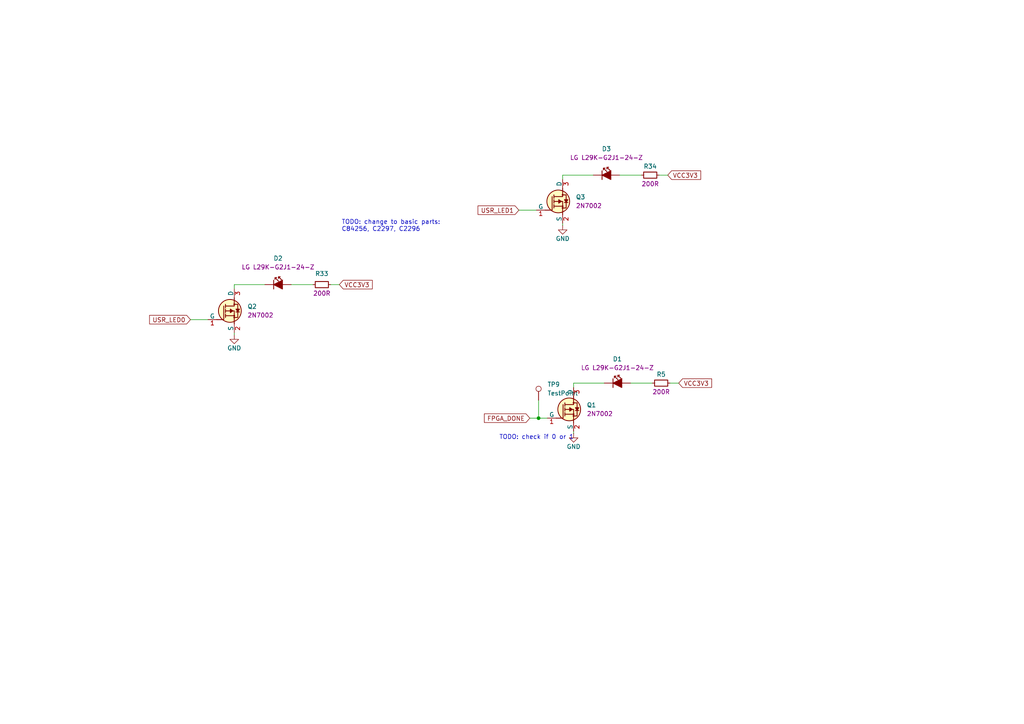
<source format=kicad_sch>
(kicad_sch (version 20230121) (generator eeschema)
  (paper "A4")
  (lib_symbols
    (symbol "2N7002_SOT-23-3_2" (pin_names (offset 0))
      (property "Reference" "Q" (at 22.86 -5.08 0))
      (property "Value" "2N7002_SOT-23-3_2" (at 22.86 -7.62 0))
      (symbol "2N7002_SOT-23-3_2_1_1"
        (polyline (pts (xy 5.08 1.143) (xy 5.08 0.635)) (stroke (width 0.254)) (fill (type background)))
        (polyline (pts (xy 5.08 1.143) (xy 5.08 1.651)) (stroke (width 0.254)) (fill (type background)))
        (polyline (pts (xy 5.08 2.54) (xy 5.08 2.032)) (stroke (width 0.254)) (fill (type background)))
        (polyline (pts (xy 5.08 2.54) (xy 5.08 3.048)) (stroke (width 0.254)) (fill (type background)))
        (polyline (pts (xy 5.08 4.445) (xy 5.08 3.429)) (stroke (width 0.254)) (fill (type background)))
        (polyline (pts (xy 7.62 1.143) (xy 5.08 1.143)) (stroke (width 0.254)) (fill (type background)))
        (polyline (pts (xy 9.144 2.2352) (xy 8.128 2.2352)) (stroke (width 0.254)) (fill (type background)))
        (polyline (pts (xy 2.54 0) (xy 4.572 0) (xy 4.572 3.937)) (stroke (width 0.254)))
        (polyline (pts (xy 7.62 -1.27) (xy 7.62 2.54) (xy 5.08 2.54)) (stroke (width 0.254)) (fill (type background)))
        (polyline (pts (xy 7.62 6.35) (xy 7.62 3.937) (xy 5.08 3.937)) (stroke (width 0.254)))
        (polyline (pts (xy 7.239 2.54) (xy 6.477 3.048) (xy 6.477 2.032) (xy 7.239 2.54)) (stroke (width 0.254)) (fill (type outline)))
        (polyline (pts (xy 8.636 2.286) (xy 8.128 3.048) (xy 9.144 3.048) (xy 8.636 2.286)) (stroke (width 0.254)) (fill (type outline)))
        (polyline (pts (xy 7.493 0.635) (xy 8.636 0.635) (xy 8.636 3.937) (xy 8.636 4.445) (xy 7.493 4.445)) (stroke (width 0.254)) (fill (type background)))
        (circle (center 6.35 2.54) (radius 3.302) (stroke (width 0.254)) (fill (type background)))
        (circle (center 7.62 0.635) (radius 0.127) (stroke (width 0.254)) (fill (type background)))
        (circle (center 7.62 1.143) (radius 0.127) (stroke (width 0.254)) (fill (type background)))
        (circle (center 7.62 4.445) (radius 0.127) (stroke (width 0.254)) (fill (type background)))
        (pin passive line (at 0 0 0) (length 2.54) (name "G") (number "1"))
        (pin passive line (at 7.62 -3.81 90) (length 2.54) (name "S") (number "2"))
        (pin passive line (at 7.62 8.89 270) (length 2.54) (name "D") (number "3"))
      )
    )
    (symbol "Connector:TestPoint" (pin_numbers hide) (pin_names (offset 0.762) hide)
      (property "Reference" "TP" (at 0 6.858 0))
      (property "Value" "TestPoint" (at 0 5.08 0))
      (symbol "TestPoint_0_1"
        (circle (center 0 3.302) (radius 0.762))
      )
      (symbol "TestPoint_1_1"
        (pin passive line (at 0 0 90) (length 2.54) (name "1") (number "1"))
      )
    )
    (symbol "LED_G_0603_LG_L29K-G2J1-24-Z_3" (pin_numbers hide) (pin_names hide)
      (property "Reference" "D" (at 22.86 -5.08 0))
      (property "Value" "LED_G_0603_LG_L29K-G2J1-24-Z_3" (at 22.86 -7.62 0))
      (symbol "LED_G_0603_LG_L29K-G2J1-24-Z_3_1_1"
        (polyline (pts (xy 5.08 1.27) (xy 5.08 -1.27)) (stroke (width 0.254)))
        (polyline (pts (xy 2.54 1.27) (xy 2.54 -1.27) (xy 5.08 0) (xy 2.54 1.27)) (stroke (width 0.254)) (fill (type outline)))
        (polyline (pts (xy 3.683 2.286) (xy 3.683 1.778) (xy 3.683 2.286) (xy 3.175 2.286) (xy 3.683 2.286) (xy 2.794 1.397)) (stroke (width 0.254)))
        (polyline (pts (xy 4.699 2.032) (xy 4.699 1.524) (xy 4.699 2.032) (xy 4.191 2.032) (xy 4.699 2.032) (xy 3.683 1.016)) (stroke (width 0.254)))
        (pin passive line (at 0 0 0) (length 2.54) (name "~") (number "1"))
        (pin passive line (at 7.62 0 180) (length 2.54) (name "2") (number "2"))
      )
    )
    (symbol "LED_G_0603_LG_L29K-G2J1-24-Z_4" (pin_numbers hide) (pin_names hide)
      (property "Reference" "D" (at 22.86 -5.08 0))
      (property "Value" "LED_G_0603_LG_L29K-G2J1-24-Z_4" (at 22.86 -7.62 0))
      (symbol "LED_G_0603_LG_L29K-G2J1-24-Z_4_1_1"
        (polyline (pts (xy 5.08 1.27) (xy 5.08 -1.27)) (stroke (width 0.254)))
        (polyline (pts (xy 2.54 1.27) (xy 2.54 -1.27) (xy 5.08 0) (xy 2.54 1.27)) (stroke (width 0.254)) (fill (type outline)))
        (polyline (pts (xy 3.683 2.286) (xy 3.683 1.778) (xy 3.683 2.286) (xy 3.175 2.286) (xy 3.683 2.286) (xy 2.794 1.397)) (stroke (width 0.254)))
        (polyline (pts (xy 4.699 2.032) (xy 4.699 1.524) (xy 4.699 2.032) (xy 4.191 2.032) (xy 4.699 2.032) (xy 3.683 1.016)) (stroke (width 0.254)))
        (pin passive line (at 0 0 0) (length 2.54) (name "~") (number "1"))
        (pin passive line (at 7.62 0 180) (length 2.54) (name "2") (number "2"))
      )
    )
    (symbol "R_1k_0402_3" (pin_numbers hide) (pin_names hide)
      (property "Reference" "R" (at 20.32 -5.08 0))
      (property "Val" "1k" (at 20.32 -7.62 0))
      (symbol "R_1k_0402_3_0_1"
        (rectangle (start 0.635 0.889) (end 4.445 -0.889) (stroke (width 0.254)))
      )
      (symbol "R_1k_0402_3_1_1"
        (pin passive line (at 0 0 0) (length 0.635) (name "~") (number "1"))
        (pin passive line (at 5.08 0 180) (length 0.635) (name "~") (number "2"))
      )
    )
    (symbol "R_1k_0402_4" (pin_numbers hide) (pin_names hide)
      (property "Reference" "R" (at 20.32 -5.08 0))
      (property "Val" "1k" (at 20.32 -7.62 0))
      (symbol "R_1k_0402_4_0_1"
        (rectangle (start 0.635 0.889) (end 4.445 -0.889) (stroke (width 0.254)))
      )
      (symbol "R_1k_0402_4_1_1"
        (pin passive line (at 0 0 0) (length 0.635) (name "~") (number "1"))
        (pin passive line (at 5.08 0 180) (length 0.635) (name "~") (number "2"))
      )
    )
    (symbol "R_1k_0402_5" (pin_numbers hide) (pin_names hide)
      (property "Reference" "R" (at 20.32 -5.08 0))
      (property "Val" "1k" (at 20.32 -7.62 0))
      (symbol "R_1k_0402_5_0_1"
        (rectangle (start 0.635 0.889) (end 4.445 -0.889) (stroke (width 0.254)))
      )
      (symbol "R_1k_0402_5_1_1"
        (pin passive line (at 0 0 0) (length 0.635) (name "~") (number "1"))
        (pin passive line (at 5.08 0 180) (length 0.635) (name "~") (number "2"))
      )
    )
    (symbol "antmicroLEDIndicationDiscrete:LED_G_0603_LG_L29K-G2J1-24-Z" (pin_numbers hide) (pin_names hide)
      (property "Reference" "D" (at 22.86 -5.08 0))
      (property "Value" "LED_G_0603_LG_L29K-G2J1-24-Z" (at 22.86 -7.62 0))
      (symbol "LED_G_0603_LG_L29K-G2J1-24-Z_1_1"
        (polyline (pts (xy 5.08 1.27) (xy 5.08 -1.27)) (stroke (width 0.254)))
        (polyline (pts (xy 2.54 1.27) (xy 2.54 -1.27) (xy 5.08 0) (xy 2.54 1.27)) (stroke (width 0.254)) (fill (type outline)))
        (polyline (pts (xy 3.683 2.286) (xy 3.683 1.778) (xy 3.683 2.286) (xy 3.175 2.286) (xy 3.683 2.286) (xy 2.794 1.397)) (stroke (width 0.254)))
        (polyline (pts (xy 4.699 2.032) (xy 4.699 1.524) (xy 4.699 2.032) (xy 4.191 2.032) (xy 4.699 2.032) (xy 3.683 1.016)) (stroke (width 0.254)))
        (pin passive line (at 0 0 0) (length 2.54) (name "~") (number "1"))
        (pin passive line (at 7.62 0 180) (length 2.54) (name "2") (number "2"))
      )
    )
    (symbol "antmicroTransistorsFETsMOSFETsSingle:2N7002_SOT-23-3" (pin_names (offset 0))
      (property "Reference" "Q" (at 22.86 -5.08 0))
      (property "Value" "2N7002_SOT-23-3" (at 22.86 -7.62 0))
      (symbol "2N7002_SOT-23-3_1_1"
        (polyline (pts (xy 5.08 1.143) (xy 5.08 0.635)) (stroke (width 0.254)) (fill (type background)))
        (polyline (pts (xy 5.08 1.143) (xy 5.08 1.651)) (stroke (width 0.254)) (fill (type background)))
        (polyline (pts (xy 5.08 2.54) (xy 5.08 2.032)) (stroke (width 0.254)) (fill (type background)))
        (polyline (pts (xy 5.08 2.54) (xy 5.08 3.048)) (stroke (width 0.254)) (fill (type background)))
        (polyline (pts (xy 5.08 4.445) (xy 5.08 3.429)) (stroke (width 0.254)) (fill (type background)))
        (polyline (pts (xy 7.62 1.143) (xy 5.08 1.143)) (stroke (width 0.254)) (fill (type background)))
        (polyline (pts (xy 9.144 2.2352) (xy 8.128 2.2352)) (stroke (width 0.254)) (fill (type background)))
        (polyline (pts (xy 2.54 0) (xy 4.572 0) (xy 4.572 3.937)) (stroke (width 0.254)))
        (polyline (pts (xy 7.62 -1.27) (xy 7.62 2.54) (xy 5.08 2.54)) (stroke (width 0.254)) (fill (type background)))
        (polyline (pts (xy 7.62 6.35) (xy 7.62 3.937) (xy 5.08 3.937)) (stroke (width 0.254)))
        (polyline (pts (xy 7.239 2.54) (xy 6.477 3.048) (xy 6.477 2.032) (xy 7.239 2.54)) (stroke (width 0.254)) (fill (type outline)))
        (polyline (pts (xy 8.636 2.286) (xy 8.128 3.048) (xy 9.144 3.048) (xy 8.636 2.286)) (stroke (width 0.254)) (fill (type outline)))
        (polyline (pts (xy 7.493 0.635) (xy 8.636 0.635) (xy 8.636 3.937) (xy 8.636 4.445) (xy 7.493 4.445)) (stroke (width 0.254)) (fill (type background)))
        (circle (center 6.35 2.54) (radius 3.302) (stroke (width 0.254)) (fill (type background)))
        (circle (center 7.62 0.635) (radius 0.127) (stroke (width 0.254)) (fill (type background)))
        (circle (center 7.62 1.143) (radius 0.127) (stroke (width 0.254)) (fill (type background)))
        (circle (center 7.62 4.445) (radius 0.127) (stroke (width 0.254)) (fill (type background)))
        (pin passive line (at 0 0 0) (length 2.54) (name "G") (number "1"))
        (pin passive line (at 7.62 -3.81 90) (length 2.54) (name "S") (number "2"))
        (pin passive line (at 7.62 8.89 270) (length 2.54) (name "D") (number "3"))
      )
    )
    (symbol "antmicropower:GND" (power) (pin_numbers hide) (pin_names hide)
      (property "Value" "GND" (at 8.89 -5.08 0))
      (symbol "GND_1_1"
        (polyline (pts (xy 0 0) (xy 0 -1.27) (xy 1.27 -1.27) (xy 0 -2.54) (xy -1.27 -1.27) (xy 0 -1.27)))
        (pin power_in line (at 0 0 270) (length 0) (name "GND") (number "1"))
      )
    )
  )
  (junction (at 156.21 121.285))
  (wire (pts (xy 163.195 50.8) (xy 172.085 50.8)))
  (wire (pts (xy 194.31 111.125) (xy 196.85 111.125)))
  (wire (pts (xy 67.945 82.55) (xy 67.945 83.82)))
  (wire (pts (xy 191.135 50.8) (xy 193.675 50.8)))
  (wire (pts (xy 182.88 111.125) (xy 189.23 111.125)))
  (wire (pts (xy 166.37 111.125) (xy 166.37 112.395)))
  (wire (pts (xy 55.245 92.71) (xy 60.325 92.71)))
  (wire (pts (xy 95.885 82.55) (xy 98.425 82.55)))
  (wire (pts (xy 67.945 82.55) (xy 76.835 82.55)))
  (wire (pts (xy 67.945 96.52) (xy 67.945 97.155)))
  (wire (pts (xy 153.67 121.285) (xy 156.21 121.285)))
  (wire (pts (xy 156.21 116.078) (xy 156.21 121.285)))
  (wire (pts (xy 163.195 50.8) (xy 163.195 52.07)))
  (wire (pts (xy 84.455 82.55) (xy 90.805 82.55)))
  (wire (pts (xy 179.705 50.8) (xy 186.055 50.8)))
  (wire (pts (xy 163.195 64.77) (xy 163.195 65.405)))
  (wire (pts (xy 150.495 60.96) (xy 155.575 60.96)))
  (wire (pts (xy 156.21 121.285) (xy 158.75 121.285)))
  (wire (pts (xy 166.37 125.095) (xy 166.37 125.73)))
  (wire (pts (xy 166.37 111.125) (xy 175.26 111.125)))
  (text "TODO: change to basic parts:\nC84256, C2297, C2296	\n" (at 99.06 67.31 0) (effects (font (size 1.27 1.27)) (justify left bottom)))
  (text "TODO: check if 0 or 1" (at 144.78 127.635 0) (effects (font (size 1.27 1.27)) (justify left bottom)))
  (global_label "FPGA_DONE" (shape input) (at 153.67 121.285 180) (property "Intersheetrefs" "${INTERSHEET_REFS}" (effects hide)))
  (global_label "VCC3V3" (shape input) (at 196.85 111.125 0) (property "Intersheetrefs" "${INTERSHEET_REFS}" (effects hide)))
  (global_label "USR_LED1" (shape input) (at 150.495 60.96 180) (property "Intersheetrefs" "${INTERSHEET_REFS}" (effects hide)))
  (global_label "VCC3V3" (shape input) (at 193.675 50.8 0) (property "Intersheetrefs" "${INTERSHEET_REFS}" (effects hide)))
  (global_label "VCC3V3" (shape input) (at 98.425 82.55 0) (property "Intersheetrefs" "${INTERSHEET_REFS}" (effects hide)))
  (global_label "USR_LED0" (shape input) (at 55.245 92.71 180) (property "Intersheetrefs" "${INTERSHEET_REFS}" (effects hide)))
  (symbol (lib_id "antmicropower:GND") (at 67.945 97.155 0) (unit 1)
    (property "Reference" "#PWR048" (effects hide))
    (property "Value" "GND" (at 67.945 100.965 0))
    (property "Author" "Antmicro" (effects hide))
    (property "License" "Apache-2.0" (effects hide))
  )
  (symbol (lib_id "Connector:TestPoint") (at 156.21 116.078 0) (unit 1)
    (property "Reference" "TP9" (at 158.75 111.506 0) (effects (justify left)))
    (property "Value" "TestPoint" (at 158.75 114.046 0) (effects (justify left)))
    (property "Footprint" "TestPoint:TestPoint_Pad_D1.0mm" (effects hide))
  )
  (symbol (lib_id "antmicroTransistorsFETsMOSFETsSingle:2N7002_SOT-23-3") (at 155.575 60.96 0) (unit 1)
    (property "Reference" "Q3" (at 167.005 57.1499 0) (effects (justify left)))
    (property "Value" "2N7002_SOT-23-3" (effects hide))
    (property "Footprint" "antmicro-footprints:SOT-23-3" (effects hide))
    (property "Datasheet" "https://www.onsemi.com/pub/Collateral/NDS7002A-D.PDF" (effects hide))
    (property "MPN" "2N7002" (at 167.005 59.6899 0) (effects (justify left)))
    (property "Manufacturer" "ON Semiconductor" (effects hide))
    (property "Author" "Antmicro" (effects hide))
    (property "License" "Apache-2.0" (effects hide))
    (property "LCSC" "C8545" (effects hide))
  )
  (symbol (lib_name "LED_G_0603_LG_L29K-G2J1-24-Z_3") (lib_id "antmicroLEDIndicationDiscrete:LED_G_0603_LG_L29K-G2J1-24-Z") (at 84.455 82.55 0) (mirror y) (unit 1)
    (property "Reference" "D2" (at 80.645 74.93 0))
    (property "Value" "LED_G_0603_LG_L29K-G2J1-24-Z" (effects hide))
    (property "Footprint" "LED_SMD:LED_0805_2012Metric" (effects hide))
    (property "Datasheet" "https://dammedia.osram.info/media/resource/hires/osram-dam-2493945/LG%20L29K.pdf" (effects hide))
    (property "MPN" "LG L29K-G2J1-24-Z" (at 80.645 77.47 0))
    (property "Manufacturer" "Osram" (effects hide))
    (property "Author" "Antmicro" (effects hide))
    (property "License" "Apache-2.0" (effects hide))
    (property "LCSC" "C2297" (effects hide))
  )
  (symbol (lib_name "R_1k_0402_4") (lib_id "antmicroResistors0402:R_1k_0402") (at 186.055 50.8 0) (unit 1)
    (property "Reference" "R34" (at 188.595 48.26 0))
    (property "Value" "200R" (effects hide))
    (property "Footprint" "antmicro-footprints:R_0402_1005Metric" (effects hide))
    (property "Datasheet" "https://www.bourns.com/docs/product-datasheets/cr.pdf" (effects hide))
    (property "Manufacturer" "Bourns" (effects hide))
    (property "MPN" "CR0402-FX-1001GLF" (effects hide))
    (property "Val" "200R" (at 188.595 53.34 0))
    (property "License" "Apache-2.0" (effects hide))
    (property "Author" "Antmicro" (effects hide))
    (property "Tolerance" "1%" (effects hide))
    (property "LCSC" "C25087" (effects hide))
  )
  (symbol (lib_name "LED_G_0603_LG_L29K-G2J1-24-Z_4") (lib_id "antmicroLEDIndicationDiscrete:LED_G_0603_LG_L29K-G2J1-24-Z") (at 179.705 50.8 0) (mirror y) (unit 1)
    (property "Reference" "D3" (at 175.895 43.18 0))
    (property "Value" "LED_G_0603_LG_L29K-G2J1-24-Z" (effects hide))
    (property "Footprint" "LED_SMD:LED_0805_2012Metric" (effects hide))
    (property "Datasheet" "https://dammedia.osram.info/media/resource/hires/osram-dam-2493945/LG%20L29K.pdf" (effects hide))
    (property "MPN" "LG L29K-G2J1-24-Z" (at 175.895 45.72 0))
    (property "Manufacturer" "Osram" (effects hide))
    (property "Author" "Antmicro" (effects hide))
    (property "License" "Apache-2.0" (effects hide))
    (property "LCSC" "C2296" (effects hide))
  )
  (symbol (lib_name "R_1k_0402_3") (lib_id "antmicroResistors0402:R_1k_0402") (at 90.805 82.55 0) (unit 1)
    (property "Reference" "R33" (at 93.345 79.375 0))
    (property "Value" "200R" (effects hide))
    (property "Footprint" "antmicro-footprints:R_0402_1005Metric" (effects hide))
    (property "Datasheet" "https://www.bourns.com/docs/product-datasheets/cr.pdf" (effects hide))
    (property "Manufacturer" "Bourns" (effects hide))
    (property "MPN" "CR0402-FX-1001GLF" (effects hide))
    (property "Val" "200R" (at 93.345 85.09 0))
    (property "License" "Apache-2.0" (effects hide))
    (property "Author" "Antmicro" (effects hide))
    (property "Tolerance" "1%" (effects hide))
    (property "LCSC" "C25087" (effects hide))
  )
  (symbol (lib_id "antmicroLEDIndicationDiscrete:LED_G_0603_LG_L29K-G2J1-24-Z") (at 182.88 111.125 0) (mirror y) (unit 1)
    (property "Reference" "D1" (at 179.07 104.14 0))
    (property "Value" "LED_G_0603_LG_L29K-G2J1-24-Z" (effects hide))
    (property "Footprint" "LED_SMD:LED_0805_2012Metric" (effects hide))
    (property "Datasheet" "https://dammedia.osram.info/media/resource/hires/osram-dam-2493945/LG%20L29K.pdf" (effects hide))
    (property "MPN" "LG L29K-G2J1-24-Z" (at 179.07 106.68 0))
    (property "Manufacturer" "Osram" (effects hide))
    (property "Author" "Antmicro" (effects hide))
    (property "License" "Apache-2.0" (effects hide))
    (property "LCSC" "C34499" (effects hide))
  )
  (symbol (lib_name "R_1k_0402_5") (lib_id "antmicroResistors0402:R_1k_0402") (at 189.23 111.125 0) (unit 1)
    (property "Reference" "R5" (at 191.77 108.585 0))
    (property "Value" "200R" (effects hide))
    (property "Footprint" "antmicro-footprints:R_0402_1005Metric" (effects hide))
    (property "Datasheet" "https://www.bourns.com/docs/product-datasheets/cr.pdf" (effects hide))
    (property "Manufacturer" "Bourns" (effects hide))
    (property "MPN" "CR0402-FX-1001GLF" (effects hide))
    (property "Val" "200R" (at 191.77 113.665 0))
    (property "License" "Apache-2.0" (effects hide))
    (property "Author" "Antmicro" (effects hide))
    (property "Tolerance" "1%" (effects hide))
    (property "LCSC" "C25087" (effects hide))
  )
  (symbol (lib_name "2N7002_SOT-23-3_2") (lib_id "antmicroTransistorsFETsMOSFETsSingle:2N7002_SOT-23-3") (at 60.325 92.71 0) (unit 1)
    (property "Reference" "Q2" (at 71.755 88.8999 0) (effects (justify left)))
    (property "Value" "2N7002_SOT-23-3" (effects hide))
    (property "Footprint" "antmicro-footprints:SOT-23-3" (effects hide))
    (property "Datasheet" "https://www.onsemi.com/pub/Collateral/NDS7002A-D.PDF" (effects hide))
    (property "MPN" "2N7002" (at 71.755 91.4399 0) (effects (justify left)))
    (property "Manufacturer" "ON Semiconductor" (effects hide))
    (property "Author" "Antmicro" (effects hide))
    (property "License" "Apache-2.0" (effects hide))
    (property "LCSC" "C8545" (effects hide))
  )
  (symbol (lib_id "antmicropower:GND") (at 166.37 125.73 0) (unit 1)
    (property "Reference" "#PWR08" (effects hide))
    (property "Value" "GND" (at 166.37 129.54 0))
    (property "Author" "Antmicro" (effects hide))
    (property "License" "Apache-2.0" (effects hide))
  )
  (symbol (lib_id "antmicroTransistorsFETsMOSFETsSingle:2N7002_SOT-23-3") (at 158.75 121.285 0) (unit 1)
    (property "Reference" "Q1" (at 170.18 117.4749 0) (effects (justify left)))
    (property "Value" "2N7002_SOT-23-3" (effects hide))
    (property "Footprint" "antmicro-footprints:SOT-23-3" (effects hide))
    (property "Datasheet" "https://www.onsemi.com/pub/Collateral/NDS7002A-D.PDF" (effects hide))
    (property "MPN" "2N7002" (at 170.18 120.0149 0) (effects (justify left)))
    (property "Manufacturer" "ON Semiconductor" (effects hide))
    (property "Author" "Antmicro" (effects hide))
    (property "License" "Apache-2.0" (effects hide))
    (property "LCSC" "C8545" (effects hide))
  )
  (symbol (lib_id "antmicropower:GND") (at 163.195 65.405 0) (unit 1)
    (property "Reference" "#PWR049" (effects hide))
    (property "Value" "GND" (at 163.195 69.215 0))
    (property "Author" "Antmicro" (effects hide))
    (property "License" "Apache-2.0" (effects hide))
  )
)
</source>
